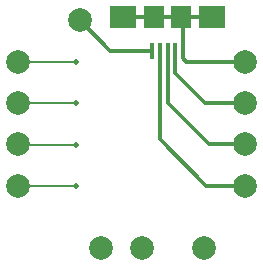
<source format=gbl>
%TF.GenerationSoftware,KiCad,Pcbnew,(5.1.9)-1*%
%TF.CreationDate,2022-09-16T17:22:15+02:00*%
%TF.ProjectId,increment,696e6372-656d-4656-9e74-2e6b69636164,rev?*%
%TF.SameCoordinates,Original*%
%TF.FileFunction,Copper,L2,Bot*%
%TF.FilePolarity,Positive*%
%FSLAX46Y46*%
G04 Gerber Fmt 4.6, Leading zero omitted, Abs format (unit mm)*
G04 Created by KiCad (PCBNEW (5.1.9)-1) date 2022-09-16 17:22:15*
%MOMM*%
%LPD*%
G01*
G04 APERTURE LIST*
%TA.AperFunction,SMDPad,CuDef*%
%ADD10R,0.400000X1.400000*%
%TD*%
%TA.AperFunction,SMDPad,CuDef*%
%ADD11R,2.300000X1.900000*%
%TD*%
%TA.AperFunction,SMDPad,CuDef*%
%ADD12R,1.800000X1.900000*%
%TD*%
%TA.AperFunction,ComponentPad*%
%ADD13C,2.000000*%
%TD*%
%TA.AperFunction,ViaPad*%
%ADD14C,0.500000*%
%TD*%
%TA.AperFunction,Conductor*%
%ADD15C,0.300000*%
%TD*%
%TA.AperFunction,Conductor*%
%ADD16C,0.157000*%
%TD*%
G04 APERTURE END LIST*
D10*
%TO.P,J1,1*%
%TO.N,/~Co*%
X156600000Y-90050000D03*
%TO.P,J1,2*%
%TO.N,/O0*%
X157250000Y-90050000D03*
%TO.P,J1,3*%
%TO.N,/O1*%
X157900000Y-90050000D03*
%TO.P,J1,4*%
%TO.N,/O2*%
X158550000Y-90050000D03*
%TO.P,J1,5*%
%TO.N,/O3*%
X159200000Y-90050000D03*
D11*
%TO.P,J1,6*%
X154150000Y-87200000D03*
X161650000Y-87200000D03*
D12*
X156750000Y-87200000D03*
X159050000Y-87200000D03*
%TD*%
D13*
%TO.P,TP12,1*%
%TO.N,/O0*%
X164500000Y-101500000D03*
%TD*%
%TO.P,TP11,1*%
%TO.N,/O1*%
X164500000Y-98000000D03*
%TD*%
%TO.P,TP10,1*%
%TO.N,/O2*%
X164500000Y-94500000D03*
%TD*%
%TO.P,TP9,1*%
%TO.N,/O3*%
X164500000Y-91000000D03*
%TD*%
%TO.P,TP8,1*%
%TO.N,/OE*%
X161000000Y-106750000D03*
%TD*%
%TO.P,TP7,1*%
%TO.N,/~Ci*%
X155750000Y-106750000D03*
%TD*%
%TO.P,TP6,1*%
%TO.N,/~Co*%
X150500000Y-87500000D03*
%TD*%
%TO.P,TP5,1*%
%TO.N,VCC*%
X152250000Y-106750000D03*
%TD*%
%TO.P,TP4,1*%
%TO.N,/I0*%
X145250000Y-101500000D03*
%TD*%
%TO.P,TP3,1*%
%TO.N,/I1*%
X145250000Y-98000000D03*
%TD*%
%TO.P,TP2,1*%
%TO.N,/I2*%
X145250000Y-94500000D03*
%TD*%
%TO.P,TP1,1*%
%TO.N,/I3*%
X145250000Y-91000000D03*
%TD*%
D14*
%TO.N,/I3*%
X150174349Y-91025651D03*
%TO.N,/I2*%
X150174349Y-94525651D03*
%TO.N,/I1*%
X150174349Y-98025651D03*
%TO.N,/I0*%
X150174349Y-101525651D03*
%TD*%
D15*
%TO.N,/~Co*%
X153050000Y-90050000D02*
X150500000Y-87500000D01*
X156600000Y-90050000D02*
X153050000Y-90050000D01*
D16*
%TO.N,/I3*%
X150148698Y-91000000D02*
X150174349Y-91025651D01*
X145275651Y-91025651D02*
X145250000Y-91000000D01*
X150174349Y-91025651D02*
X145275651Y-91025651D01*
%TO.N,/I2*%
X150148698Y-94500000D02*
X150174349Y-94525651D01*
X145275651Y-94525651D02*
X145250000Y-94500000D01*
X150174349Y-94525651D02*
X145275651Y-94525651D01*
%TO.N,/I1*%
X150148698Y-98000000D02*
X150174349Y-98025651D01*
X145275651Y-98025651D02*
X145250000Y-98000000D01*
X150174349Y-98025651D02*
X145275651Y-98025651D01*
%TO.N,/I0*%
X150148698Y-101500000D02*
X150174349Y-101525651D01*
X145275651Y-101525651D02*
X145250000Y-101500000D01*
X150174349Y-101525651D02*
X145275651Y-101525651D01*
D15*
%TO.N,/O3*%
X159200000Y-87350000D02*
X159050000Y-87200000D01*
X159200000Y-90050000D02*
X159200000Y-87350000D01*
X161650000Y-87200000D02*
X154150000Y-87200000D01*
X159200000Y-90700000D02*
X159500000Y-91000000D01*
X159200000Y-90050000D02*
X159200000Y-90700000D01*
X164500000Y-91000000D02*
X159500000Y-91000000D01*
%TO.N,/O2*%
X158550000Y-91950000D02*
X158550000Y-90050000D01*
X161100000Y-94500000D02*
X158550000Y-91950000D01*
X164500000Y-94500000D02*
X161100000Y-94500000D01*
%TO.N,/O1*%
X164500000Y-98000000D02*
X161400000Y-98000000D01*
X157900000Y-94500000D02*
X157900000Y-93100000D01*
X161400000Y-98000000D02*
X157900000Y-94500000D01*
X157900000Y-93100000D02*
X157900000Y-90050000D01*
%TO.N,/O0*%
X164500000Y-101500000D02*
X161200000Y-101500000D01*
X157250000Y-97550000D02*
X157250000Y-90050000D01*
X161200000Y-101500000D02*
X157250000Y-97550000D01*
%TD*%
M02*

</source>
